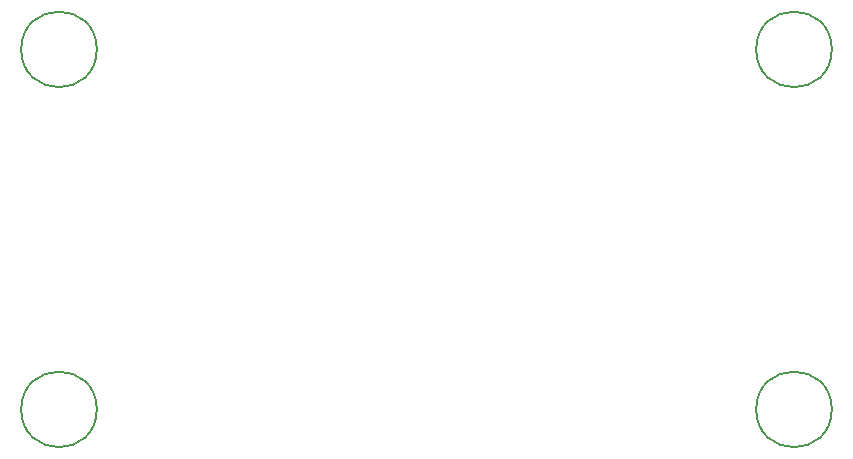
<source format=gbr>
%TF.GenerationSoftware,KiCad,Pcbnew,6.0.7-f9a2dced07~116~ubuntu20.04.1*%
%TF.CreationDate,2022-08-02T17:22:42-07:00*%
%TF.ProjectId,MicPreampTest,4d696350-7265-4616-9d70-546573742e6b,rev?*%
%TF.SameCoordinates,Original*%
%TF.FileFunction,Other,Comment*%
%FSLAX46Y46*%
G04 Gerber Fmt 4.6, Leading zero omitted, Abs format (unit mm)*
G04 Created by KiCad (PCBNEW 6.0.7-f9a2dced07~116~ubuntu20.04.1) date 2022-08-02 17:22:42*
%MOMM*%
%LPD*%
G01*
G04 APERTURE LIST*
%ADD10C,0.150000*%
G04 APERTURE END LIST*
D10*
%TO.C,REF\u002A\u002A*%
X89560000Y-91440000D02*
G75*
G03*
X89560000Y-91440000I-3200000J0D01*
G01*
X89560000Y-60960000D02*
G75*
G03*
X89560000Y-60960000I-3200000J0D01*
G01*
X151790000Y-60960000D02*
G75*
G03*
X151790000Y-60960000I-3200000J0D01*
G01*
X151790000Y-91440000D02*
G75*
G03*
X151790000Y-91440000I-3200000J0D01*
G01*
%TD*%
M02*

</source>
